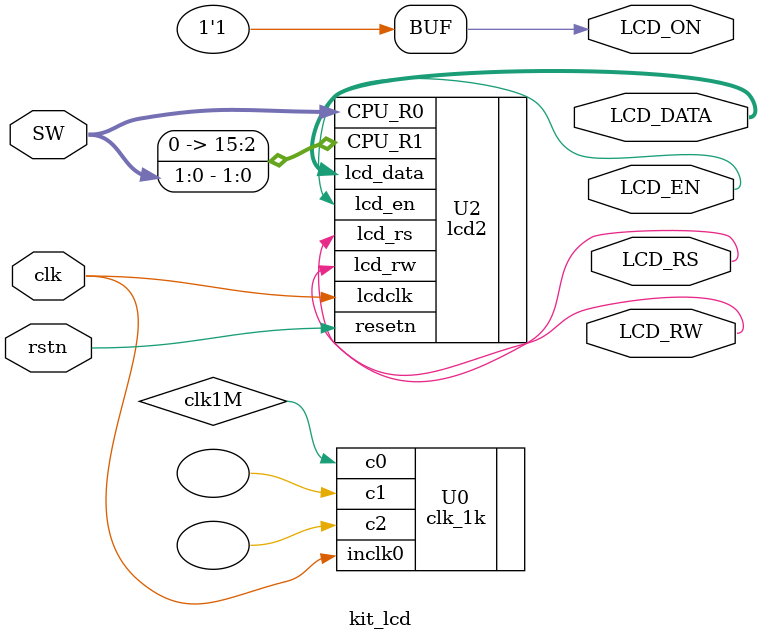
<source format=v>
module kit_lcd ( clk, rstn,
			LCD_DATA, LCD_RW, LCD_EN, LCD_RS, LCD_ON, SW );
input	 clk, rstn;
input [15:0] SW;
output wire [7:0] LCD_DATA;
output wire LCD_RW, LCD_EN, LCD_RS, LCD_ON;
wire   clk1M;

assign LCD_ON = 1'b1;

clk_1k U0(
	.inclk0(clk),		//50Mhz
	.c0(clk1M),		//1khz
	.c1(),			//10khz
	.c2() );			//2khz

	


	

 lcd2 U2 (
	.resetn (rstn),
	.lcdclk (clk),
	.lcd_rs (LCD_RS),
	.lcd_rw (LCD_RW),
	.lcd_en (LCD_EN),
	.lcd_data (LCD_DATA),
	.CPU_R0(SW[15:0]),
	.CPU_R1({14'b0,SW[1:0]}) );
		
endmodule


</source>
